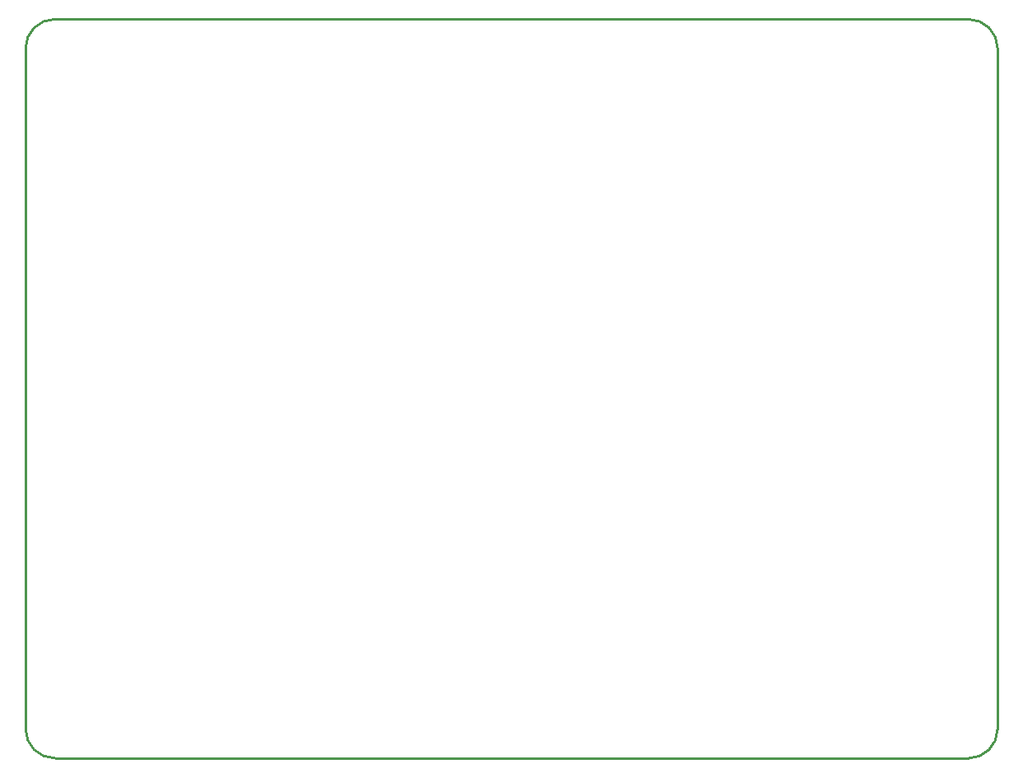
<source format=gbr>
%TF.GenerationSoftware,KiCad,Pcbnew,8.0.8-8.0.8-0~ubuntu24.04.1*%
%TF.CreationDate,2025-02-11T20:21:18+01:00*%
%TF.ProjectId,Encoders-LCD,456e636f-6465-4727-932d-4c43442e6b69,rev?*%
%TF.SameCoordinates,PX55d4a80PY4e33880*%
%TF.FileFunction,Profile,NP*%
%FSLAX46Y46*%
G04 Gerber Fmt 4.6, Leading zero omitted, Abs format (unit mm)*
G04 Created by KiCad (PCBNEW 8.0.8-8.0.8-0~ubuntu24.04.1) date 2025-02-11 20:21:18*
%MOMM*%
%LPD*%
G01*
G04 APERTURE LIST*
%TA.AperFunction,Profile*%
%ADD10C,0.250000*%
%TD*%
G04 APERTURE END LIST*
D10*
X49999999Y-35000000D02*
G75*
G02*
X46999999Y-37999999I-2999999J0D01*
G01*
X-50000001Y34999999D02*
G75*
G02*
X-47000000Y38000001I3000001J1D01*
G01*
X-50000001Y34999999D02*
X-50000001Y-34999999D01*
X46999999Y38000000D02*
G75*
G02*
X50000000Y35000000I1J-3000000D01*
G01*
X-47000000Y-38000000D02*
G75*
G02*
X-50000000Y-34999999I0J3000000D01*
G01*
X-47000000Y-38000000D02*
X46999999Y-38000000D01*
X49999999Y-35000000D02*
X49999999Y35000000D01*
X46999999Y38000000D02*
X-47000000Y38000000D01*
M02*

</source>
